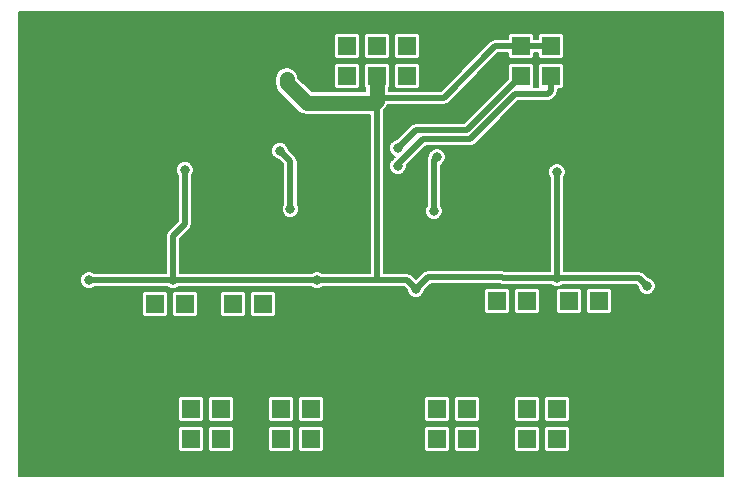
<source format=gbr>
G04 #@! TF.FileFunction,Copper,L1,Top,Signal*
%FSLAX46Y46*%
G04 Gerber Fmt 4.6, Leading zero omitted, Abs format (unit mm)*
G04 Created by KiCad (PCBNEW (2016-09-17 revision 679eef1)-makepkg) date 09/29/16 07:26:36*
%MOMM*%
%LPD*%
G01*
G04 APERTURE LIST*
%ADD10C,0.500000*%
%ADD11R,1.524000X1.524000*%
%ADD12C,6.000000*%
%ADD13C,0.800000*%
%ADD14C,0.300000*%
%ADD15C,1.300000*%
%ADD16C,0.200000*%
G04 APERTURE END LIST*
D10*
D11*
X14732000Y15240000D03*
X12192000Y15240000D03*
X18796000Y15240000D03*
X21336000Y15240000D03*
X43688000Y15494000D03*
X41148000Y15494000D03*
X47244000Y15494000D03*
X49784000Y15494000D03*
X43180000Y34544000D03*
X43180000Y37084000D03*
X45720000Y34544000D03*
X45720000Y37084000D03*
X25908000Y34544000D03*
X25908000Y37084000D03*
X28448000Y34544000D03*
X28448000Y37084000D03*
X30988000Y34544000D03*
X30988000Y37084000D03*
X33528000Y34544000D03*
X33528000Y37084000D03*
X36068000Y34544000D03*
X36068000Y37084000D03*
D12*
X55880000Y35560000D03*
X5080000Y5080000D03*
X55880000Y5080000D03*
X5080000Y35560000D03*
D11*
X27940000Y3810000D03*
X27940000Y6350000D03*
X22860000Y3810000D03*
X22860000Y6350000D03*
X25400000Y3810000D03*
X25400000Y6350000D03*
X20320000Y3810000D03*
X20320000Y6350000D03*
X38608000Y3810000D03*
X38608000Y6350000D03*
X36068000Y3810000D03*
X36068000Y6350000D03*
X48768000Y3810000D03*
X48768000Y6350000D03*
X43688000Y3810000D03*
X43688000Y6350000D03*
X46228000Y3810000D03*
X46228000Y6350000D03*
X33528000Y3810000D03*
X33528000Y6350000D03*
X41148000Y3810000D03*
X41148000Y6350000D03*
X12700000Y3810000D03*
X12700000Y6350000D03*
X17780000Y3810000D03*
X17780000Y6350000D03*
X15240000Y3810000D03*
X15240000Y6350000D03*
D13*
X6604002Y27178000D03*
X5080000Y27178000D03*
X4064002Y22860000D03*
X4064000Y23876000D03*
X4064000Y25146000D03*
X4064000Y26416000D03*
X44958000Y19304000D03*
X44196000Y19558004D03*
X37592000Y21336000D03*
X38608000Y21336000D03*
X36830000Y24130000D03*
X39116000Y28135706D03*
X41177147Y30196853D03*
X39116000Y27178000D03*
X38129147Y27148853D03*
X20828000Y22606000D03*
X20066000Y39370000D03*
X19812000Y37846000D03*
X19558000Y34798000D03*
X19812000Y36322000D03*
X21590000Y36322000D03*
X24892000Y16002000D03*
X26162000Y14224000D03*
X27432000Y14224000D03*
X29464000Y14224000D03*
X38100000Y16510000D03*
X37084000Y15240000D03*
X35306000Y14478000D03*
X33020000Y14224000D03*
X50800000Y7620000D03*
X50800000Y8890000D03*
X52070000Y8890000D03*
X52832000Y10160000D03*
X52832000Y11684000D03*
X52832000Y12954000D03*
X52578000Y13970000D03*
X52324000Y15240000D03*
X52070000Y16256000D03*
X56134000Y18796000D03*
X55372000Y19558000D03*
X54356000Y19050000D03*
X53340000Y19304000D03*
X48260000Y19304000D03*
X47244000Y19304000D03*
X45720000Y27686000D03*
X44196000Y25908000D03*
X50292000Y37592000D03*
X49530000Y38608000D03*
X48260000Y38608000D03*
X37846000Y35560000D03*
X37846000Y37338000D03*
X37846000Y39116000D03*
X36068000Y39116000D03*
X25908000Y39116000D03*
X24384000Y39116000D03*
X23876000Y37592000D03*
X23876000Y36068000D03*
X26924000Y30480000D03*
X7620000Y15494000D03*
X8382000Y11684000D03*
X8636000Y9652000D03*
X10668000Y8636000D03*
X11684000Y19304000D03*
X12700000Y19304000D03*
X16002000Y19304000D03*
X14986000Y19304000D03*
X32004000Y25146000D03*
X36068000Y21844000D03*
X53086000Y21336000D03*
X52324000Y22606000D03*
X55626000Y23368000D03*
X55626000Y24892000D03*
X55626000Y26416000D03*
X55626000Y27686000D03*
X54610000Y28448000D03*
X49276000Y33528000D03*
X47752000Y33274000D03*
X47244000Y32004000D03*
X48514000Y32004000D03*
X49784000Y32004000D03*
X50800000Y30988000D03*
X51816000Y29972000D03*
X53086000Y28956000D03*
X44196000Y22352000D03*
X48006000Y13716000D03*
X47498000Y12700000D03*
X47369610Y11304390D03*
X42418000Y9398000D03*
X42164000Y8382000D03*
X41656000Y38862000D03*
X22860000Y22098000D03*
X21590000Y22098000D03*
X22352000Y23114000D03*
X22352000Y24892000D03*
X22098000Y26162000D03*
X13208000Y22352000D03*
X16764000Y15494000D03*
X17526000Y11938000D03*
X17526000Y13970000D03*
X19050000Y9144000D03*
X19304000Y7874000D03*
X12192014Y30988000D03*
X12192000Y29718000D03*
X3302000Y19304000D03*
X3302000Y20828000D03*
X3302000Y22098000D03*
X21082000Y31750000D03*
X20320000Y32512000D03*
X19558000Y33274000D03*
X18542000Y34036000D03*
X17018000Y34036000D03*
X15748000Y34036000D03*
X14478000Y34036000D03*
X13208000Y33274000D03*
X12446000Y32512000D03*
X11430000Y32512000D03*
X10160000Y32512000D03*
X9144000Y32258000D03*
X28956000Y18796000D03*
X28702000Y19812000D03*
X28956000Y20828000D03*
X28956000Y22860000D03*
X26416000Y23114000D03*
X26416000Y25908000D03*
X26416000Y26924000D03*
X8534400Y31089600D03*
X44399200Y24028400D03*
X13512800Y24343598D03*
X30988000Y7112000D03*
X30988000Y8636000D03*
X30988000Y13716000D03*
X30988000Y12700000D03*
X30988000Y11430000D03*
X30988000Y10160000D03*
X50800000Y6350000D03*
X50800000Y5080000D03*
X50800000Y3810000D03*
X32004000Y6350000D03*
X32004000Y5080000D03*
X32004000Y3810000D03*
X29972000Y6350000D03*
X29972000Y5080000D03*
X29972000Y3810000D03*
X10668000Y3302000D03*
X10668000Y4826000D03*
X10668000Y6350000D03*
X14732000Y26619200D03*
X46228000Y26416002D03*
X53848000Y16764000D03*
X46228000Y17429480D03*
X34289996Y16510000D03*
X25908000Y17272000D03*
X13716000Y17272000D03*
X6603990Y17272000D03*
X23368000Y34290000D03*
X23672799Y23266400D03*
X22784348Y28219948D03*
X36067996Y27686000D03*
X35814000Y23114000D03*
X32766000Y28448000D03*
X32766000Y26924000D03*
D14*
X5080000Y27178000D02*
X6604002Y27178000D01*
X4064000Y22860002D02*
X4064002Y22860000D01*
X4064000Y23368000D02*
X4064000Y22860002D01*
X4064000Y23876000D02*
X4064000Y22860002D01*
X4064000Y26416000D02*
X4064000Y25146000D01*
X44196000Y22352000D02*
X44196000Y19558004D01*
X38608000Y21336000D02*
X37592000Y21336000D01*
D10*
X39116000Y27178000D02*
X39116000Y28135706D01*
X39116000Y28135706D02*
X41177147Y30196853D01*
X38129147Y27148853D02*
X39086853Y27148853D01*
X39086853Y27148853D02*
X39116000Y27178000D01*
D14*
X21227999Y23005999D02*
X20828000Y22606000D01*
X21336000Y23114000D02*
X21227999Y23005999D01*
X22352000Y23114000D02*
X21336000Y23114000D01*
D10*
X19812000Y36322000D02*
X19812000Y37846000D01*
X21590000Y36322000D02*
X19812000Y36322000D01*
D14*
X27432000Y14224000D02*
X26162000Y14224000D01*
X30988000Y13716000D02*
X29972000Y13716000D01*
X29972000Y13716000D02*
X29464000Y14224000D01*
X35306000Y14478000D02*
X36322000Y14478000D01*
X36322000Y14478000D02*
X37084000Y15240000D01*
X30988000Y13716000D02*
X32512000Y13716000D01*
X32512000Y13716000D02*
X33020000Y14224000D01*
X52070000Y8890000D02*
X50800000Y8890000D01*
X52832000Y11684000D02*
X52832000Y10160000D01*
X52578000Y13970000D02*
X52578000Y13208000D01*
X52578000Y13208000D02*
X52832000Y12954000D01*
X52070000Y16256000D02*
X52070000Y15494000D01*
X52070000Y15494000D02*
X52324000Y15240000D01*
X55372000Y19558000D02*
X56134000Y18796000D01*
X53340000Y19304000D02*
X54102000Y19304000D01*
X54102000Y19304000D02*
X54356000Y19050000D01*
X47244000Y19304000D02*
X48260000Y19304000D01*
X44196000Y25908000D02*
X44196000Y26162000D01*
X44196000Y26162000D02*
X45720000Y27686000D01*
X48260000Y38608000D02*
X49530000Y38608000D01*
X37846000Y37338000D02*
X37846000Y35560000D01*
X36068000Y39116000D02*
X37846000Y39116000D01*
X24384000Y39116000D02*
X25908000Y39116000D01*
X23876000Y36068000D02*
X23876000Y37592000D01*
X8382000Y11684000D02*
X7620000Y12446000D01*
X7620000Y12446000D02*
X7620000Y15494000D01*
X10668000Y8636000D02*
X9652000Y8636000D01*
X9652000Y8636000D02*
X8636000Y9652000D01*
X12700000Y19304000D02*
X11684000Y19304000D01*
X14986000Y19304000D02*
X16002000Y19304000D01*
X55626000Y23368000D02*
X53086000Y23368000D01*
X53086000Y23368000D02*
X52324000Y22606000D01*
X55626000Y26416000D02*
X55626000Y24892000D01*
X54610000Y28448000D02*
X54864000Y28448000D01*
X54864000Y28448000D02*
X55626000Y27686000D01*
X47752000Y33274000D02*
X49022000Y33274000D01*
X49022000Y33274000D02*
X49276000Y33528000D01*
X48514000Y32004000D02*
X47244000Y32004000D01*
X50800000Y30988000D02*
X49784000Y32004000D01*
X53086000Y28956000D02*
X52832000Y28956000D01*
X52832000Y28956000D02*
X51816000Y29972000D01*
X47498000Y12700000D02*
X47498000Y13208000D01*
X47498000Y13208000D02*
X48006000Y13716000D01*
X42418000Y9398000D02*
X45463220Y9398000D01*
X45463220Y9398000D02*
X47369610Y11304390D01*
X42418000Y9398000D02*
X42817999Y8998001D01*
X42817999Y8998001D02*
X43796001Y8998001D01*
X41148000Y6350000D02*
X41148000Y7366000D01*
X41148000Y7366000D02*
X42164000Y8382000D01*
X21590000Y22098000D02*
X22860000Y22098000D01*
X22098000Y26162000D02*
X22098000Y25146000D01*
X22098000Y25146000D02*
X22352000Y24892000D01*
X17526000Y13970000D02*
X17526000Y14732000D01*
X17526000Y14732000D02*
X16764000Y15494000D01*
X17526000Y13970000D02*
X17526000Y11938000D01*
X19304000Y7874000D02*
X19304000Y8890000D01*
X19304000Y8890000D02*
X19050000Y9144000D01*
X12192000Y30987986D02*
X12192014Y30988000D01*
X12192000Y29718000D02*
X12192000Y30987986D01*
X3302000Y22098000D02*
X3302000Y20828000D01*
X20320000Y32512000D02*
X21082000Y31750000D01*
X18542000Y34036000D02*
X18796000Y34036000D01*
X18796000Y34036000D02*
X19558000Y33274000D01*
X15748000Y34036000D02*
X17018000Y34036000D01*
X13208000Y33274000D02*
X13716000Y33274000D01*
X13716000Y33274000D02*
X14478000Y34036000D01*
X11430000Y32512000D02*
X12446000Y32512000D01*
X9144000Y32258000D02*
X9906000Y32258000D01*
X9906000Y32258000D02*
X10160000Y32512000D01*
X28956000Y20828000D02*
X28956000Y20066000D01*
X28956000Y20066000D02*
X28702000Y19812000D01*
X26416000Y23114000D02*
X28702000Y23114000D01*
X28702000Y23114000D02*
X28956000Y22860000D01*
X26416000Y26924000D02*
X26416000Y25908000D01*
X30988000Y8636000D02*
X30988000Y7112000D01*
X30988000Y12700000D02*
X30988000Y13716000D01*
X30988000Y10160000D02*
X30988000Y11430000D01*
X50800000Y5080000D02*
X50800000Y6350000D01*
X48768000Y3810000D02*
X50800000Y3810000D01*
X32004000Y3810000D02*
X32004000Y5080000D01*
X29972000Y5080000D02*
X29972000Y6350000D01*
X27940000Y3810000D02*
X29972000Y3810000D01*
X10668000Y6350000D02*
X10668000Y4826000D01*
D10*
X13716000Y17272000D02*
X13716000Y20980400D01*
X13716000Y20980400D02*
X14732000Y21996400D01*
X14732000Y21996400D02*
X14732000Y26053515D01*
X14732000Y26053515D02*
X14732000Y26619200D01*
X46228000Y17429480D02*
X46228000Y26416002D01*
X35305996Y17526000D02*
X41605200Y17526000D01*
X41605200Y17526000D02*
X41701720Y17429480D01*
X41701720Y17429480D02*
X46228000Y17429480D01*
X53182520Y17429480D02*
X53848000Y16764000D01*
X46228000Y17429480D02*
X53182520Y17429480D01*
X34289996Y16510000D02*
X35305996Y17526000D01*
X30988000Y17272000D02*
X33527996Y17272000D01*
X33527996Y17272000D02*
X34289996Y16510000D01*
X13716000Y17272000D02*
X6603990Y17272000D01*
X25908000Y17272000D02*
X13716000Y17272000D01*
X30988000Y17272000D02*
X25908000Y17272000D01*
X30988000Y28194000D02*
X30988000Y17272000D01*
X30988000Y34544000D02*
X30988000Y28194000D01*
X43180000Y37084000D02*
X41032002Y37084000D01*
X41032002Y37084000D02*
X36663202Y32715200D01*
X36663202Y32715200D02*
X31221200Y32715200D01*
X31221200Y32715200D02*
X30988000Y32482000D01*
X45720000Y37084000D02*
X43180000Y37084000D01*
D15*
X30764000Y32258000D02*
X25049998Y32258000D01*
X23368000Y33939998D02*
X23368000Y34290000D01*
X25049998Y32258000D02*
X23368000Y33939998D01*
X30988000Y34544000D02*
X30988000Y32482000D01*
X30988000Y32482000D02*
X30764000Y32258000D01*
D10*
X23672799Y23832085D02*
X23672799Y23266400D01*
X23672799Y27331497D02*
X23672799Y23832085D01*
X22784348Y28219948D02*
X23672799Y27331497D01*
X35814000Y27432004D02*
X36067996Y27686000D01*
X35814000Y23114000D02*
X35814000Y27432004D01*
X43180000Y34544000D02*
X38608000Y29972000D01*
X38608000Y29972000D02*
X34290000Y29972000D01*
X34290000Y29972000D02*
X33770011Y29452011D01*
X33770011Y29452011D02*
X32766000Y28448000D01*
X45720000Y34544000D02*
X45720000Y33282000D01*
X45720000Y33282000D02*
X45458000Y33020000D01*
X45458000Y33020000D02*
X42716674Y33020000D01*
X42716674Y33020000D02*
X38918664Y29221990D01*
X34871992Y29221990D02*
X32766000Y27115998D01*
X38918664Y29221990D02*
X34871992Y29221990D01*
X32766000Y27115998D02*
X32766000Y26924000D01*
D16*
G36*
X60281000Y679000D02*
X679000Y679000D01*
X679000Y4572000D01*
X14121144Y4572000D01*
X14121144Y3048000D01*
X14148308Y2911437D01*
X14225665Y2795665D01*
X14341437Y2718308D01*
X14478000Y2691144D01*
X16002000Y2691144D01*
X16138563Y2718308D01*
X16254335Y2795665D01*
X16331692Y2911437D01*
X16358856Y3048000D01*
X16358856Y4572000D01*
X16661144Y4572000D01*
X16661144Y3048000D01*
X16688308Y2911437D01*
X16765665Y2795665D01*
X16881437Y2718308D01*
X17018000Y2691144D01*
X18542000Y2691144D01*
X18678563Y2718308D01*
X18794335Y2795665D01*
X18871692Y2911437D01*
X18898856Y3048000D01*
X18898856Y4572000D01*
X21741144Y4572000D01*
X21741144Y3048000D01*
X21768308Y2911437D01*
X21845665Y2795665D01*
X21961437Y2718308D01*
X22098000Y2691144D01*
X23622000Y2691144D01*
X23758563Y2718308D01*
X23874335Y2795665D01*
X23951692Y2911437D01*
X23978856Y3048000D01*
X23978856Y4572000D01*
X24281144Y4572000D01*
X24281144Y3048000D01*
X24308308Y2911437D01*
X24385665Y2795665D01*
X24501437Y2718308D01*
X24638000Y2691144D01*
X26162000Y2691144D01*
X26298563Y2718308D01*
X26414335Y2795665D01*
X26491692Y2911437D01*
X26518856Y3048000D01*
X26518856Y4572000D01*
X34949144Y4572000D01*
X34949144Y3048000D01*
X34976308Y2911437D01*
X35053665Y2795665D01*
X35169437Y2718308D01*
X35306000Y2691144D01*
X36830000Y2691144D01*
X36966563Y2718308D01*
X37082335Y2795665D01*
X37159692Y2911437D01*
X37186856Y3048000D01*
X37186856Y4572000D01*
X37489144Y4572000D01*
X37489144Y3048000D01*
X37516308Y2911437D01*
X37593665Y2795665D01*
X37709437Y2718308D01*
X37846000Y2691144D01*
X39370000Y2691144D01*
X39506563Y2718308D01*
X39622335Y2795665D01*
X39699692Y2911437D01*
X39726856Y3048000D01*
X39726856Y4572000D01*
X42569144Y4572000D01*
X42569144Y3048000D01*
X42596308Y2911437D01*
X42673665Y2795665D01*
X42789437Y2718308D01*
X42926000Y2691144D01*
X44450000Y2691144D01*
X44586563Y2718308D01*
X44702335Y2795665D01*
X44779692Y2911437D01*
X44806856Y3048000D01*
X44806856Y4572000D01*
X45109144Y4572000D01*
X45109144Y3048000D01*
X45136308Y2911437D01*
X45213665Y2795665D01*
X45329437Y2718308D01*
X45466000Y2691144D01*
X46990000Y2691144D01*
X47126563Y2718308D01*
X47242335Y2795665D01*
X47319692Y2911437D01*
X47346856Y3048000D01*
X47346856Y4572000D01*
X47319692Y4708563D01*
X47242335Y4824335D01*
X47126563Y4901692D01*
X46990000Y4928856D01*
X45466000Y4928856D01*
X45329437Y4901692D01*
X45213665Y4824335D01*
X45136308Y4708563D01*
X45109144Y4572000D01*
X44806856Y4572000D01*
X44779692Y4708563D01*
X44702335Y4824335D01*
X44586563Y4901692D01*
X44450000Y4928856D01*
X42926000Y4928856D01*
X42789437Y4901692D01*
X42673665Y4824335D01*
X42596308Y4708563D01*
X42569144Y4572000D01*
X39726856Y4572000D01*
X39699692Y4708563D01*
X39622335Y4824335D01*
X39506563Y4901692D01*
X39370000Y4928856D01*
X37846000Y4928856D01*
X37709437Y4901692D01*
X37593665Y4824335D01*
X37516308Y4708563D01*
X37489144Y4572000D01*
X37186856Y4572000D01*
X37159692Y4708563D01*
X37082335Y4824335D01*
X36966563Y4901692D01*
X36830000Y4928856D01*
X35306000Y4928856D01*
X35169437Y4901692D01*
X35053665Y4824335D01*
X34976308Y4708563D01*
X34949144Y4572000D01*
X26518856Y4572000D01*
X26491692Y4708563D01*
X26414335Y4824335D01*
X26298563Y4901692D01*
X26162000Y4928856D01*
X24638000Y4928856D01*
X24501437Y4901692D01*
X24385665Y4824335D01*
X24308308Y4708563D01*
X24281144Y4572000D01*
X23978856Y4572000D01*
X23951692Y4708563D01*
X23874335Y4824335D01*
X23758563Y4901692D01*
X23622000Y4928856D01*
X22098000Y4928856D01*
X21961437Y4901692D01*
X21845665Y4824335D01*
X21768308Y4708563D01*
X21741144Y4572000D01*
X18898856Y4572000D01*
X18871692Y4708563D01*
X18794335Y4824335D01*
X18678563Y4901692D01*
X18542000Y4928856D01*
X17018000Y4928856D01*
X16881437Y4901692D01*
X16765665Y4824335D01*
X16688308Y4708563D01*
X16661144Y4572000D01*
X16358856Y4572000D01*
X16331692Y4708563D01*
X16254335Y4824335D01*
X16138563Y4901692D01*
X16002000Y4928856D01*
X14478000Y4928856D01*
X14341437Y4901692D01*
X14225665Y4824335D01*
X14148308Y4708563D01*
X14121144Y4572000D01*
X679000Y4572000D01*
X679000Y7112000D01*
X14121144Y7112000D01*
X14121144Y5588000D01*
X14148308Y5451437D01*
X14225665Y5335665D01*
X14341437Y5258308D01*
X14478000Y5231144D01*
X16002000Y5231144D01*
X16138563Y5258308D01*
X16254335Y5335665D01*
X16331692Y5451437D01*
X16358856Y5588000D01*
X16358856Y7112000D01*
X16661144Y7112000D01*
X16661144Y5588000D01*
X16688308Y5451437D01*
X16765665Y5335665D01*
X16881437Y5258308D01*
X17018000Y5231144D01*
X18542000Y5231144D01*
X18678563Y5258308D01*
X18794335Y5335665D01*
X18871692Y5451437D01*
X18898856Y5588000D01*
X18898856Y7112000D01*
X21741144Y7112000D01*
X21741144Y5588000D01*
X21768308Y5451437D01*
X21845665Y5335665D01*
X21961437Y5258308D01*
X22098000Y5231144D01*
X23622000Y5231144D01*
X23758563Y5258308D01*
X23874335Y5335665D01*
X23951692Y5451437D01*
X23978856Y5588000D01*
X23978856Y7112000D01*
X24281144Y7112000D01*
X24281144Y5588000D01*
X24308308Y5451437D01*
X24385665Y5335665D01*
X24501437Y5258308D01*
X24638000Y5231144D01*
X26162000Y5231144D01*
X26298563Y5258308D01*
X26414335Y5335665D01*
X26491692Y5451437D01*
X26518856Y5588000D01*
X26518856Y7112000D01*
X34949144Y7112000D01*
X34949144Y5588000D01*
X34976308Y5451437D01*
X35053665Y5335665D01*
X35169437Y5258308D01*
X35306000Y5231144D01*
X36830000Y5231144D01*
X36966563Y5258308D01*
X37082335Y5335665D01*
X37159692Y5451437D01*
X37186856Y5588000D01*
X37186856Y7112000D01*
X37489144Y7112000D01*
X37489144Y5588000D01*
X37516308Y5451437D01*
X37593665Y5335665D01*
X37709437Y5258308D01*
X37846000Y5231144D01*
X39370000Y5231144D01*
X39506563Y5258308D01*
X39622335Y5335665D01*
X39699692Y5451437D01*
X39726856Y5588000D01*
X39726856Y7112000D01*
X42569144Y7112000D01*
X42569144Y5588000D01*
X42596308Y5451437D01*
X42673665Y5335665D01*
X42789437Y5258308D01*
X42926000Y5231144D01*
X44450000Y5231144D01*
X44586563Y5258308D01*
X44702335Y5335665D01*
X44779692Y5451437D01*
X44806856Y5588000D01*
X44806856Y7112000D01*
X45109144Y7112000D01*
X45109144Y5588000D01*
X45136308Y5451437D01*
X45213665Y5335665D01*
X45329437Y5258308D01*
X45466000Y5231144D01*
X46990000Y5231144D01*
X47126563Y5258308D01*
X47242335Y5335665D01*
X47319692Y5451437D01*
X47346856Y5588000D01*
X47346856Y7112000D01*
X47319692Y7248563D01*
X47242335Y7364335D01*
X47126563Y7441692D01*
X46990000Y7468856D01*
X45466000Y7468856D01*
X45329437Y7441692D01*
X45213665Y7364335D01*
X45136308Y7248563D01*
X45109144Y7112000D01*
X44806856Y7112000D01*
X44779692Y7248563D01*
X44702335Y7364335D01*
X44586563Y7441692D01*
X44450000Y7468856D01*
X42926000Y7468856D01*
X42789437Y7441692D01*
X42673665Y7364335D01*
X42596308Y7248563D01*
X42569144Y7112000D01*
X39726856Y7112000D01*
X39699692Y7248563D01*
X39622335Y7364335D01*
X39506563Y7441692D01*
X39370000Y7468856D01*
X37846000Y7468856D01*
X37709437Y7441692D01*
X37593665Y7364335D01*
X37516308Y7248563D01*
X37489144Y7112000D01*
X37186856Y7112000D01*
X37159692Y7248563D01*
X37082335Y7364335D01*
X36966563Y7441692D01*
X36830000Y7468856D01*
X35306000Y7468856D01*
X35169437Y7441692D01*
X35053665Y7364335D01*
X34976308Y7248563D01*
X34949144Y7112000D01*
X26518856Y7112000D01*
X26491692Y7248563D01*
X26414335Y7364335D01*
X26298563Y7441692D01*
X26162000Y7468856D01*
X24638000Y7468856D01*
X24501437Y7441692D01*
X24385665Y7364335D01*
X24308308Y7248563D01*
X24281144Y7112000D01*
X23978856Y7112000D01*
X23951692Y7248563D01*
X23874335Y7364335D01*
X23758563Y7441692D01*
X23622000Y7468856D01*
X22098000Y7468856D01*
X21961437Y7441692D01*
X21845665Y7364335D01*
X21768308Y7248563D01*
X21741144Y7112000D01*
X18898856Y7112000D01*
X18871692Y7248563D01*
X18794335Y7364335D01*
X18678563Y7441692D01*
X18542000Y7468856D01*
X17018000Y7468856D01*
X16881437Y7441692D01*
X16765665Y7364335D01*
X16688308Y7248563D01*
X16661144Y7112000D01*
X16358856Y7112000D01*
X16331692Y7248563D01*
X16254335Y7364335D01*
X16138563Y7441692D01*
X16002000Y7468856D01*
X14478000Y7468856D01*
X14341437Y7441692D01*
X14225665Y7364335D01*
X14148308Y7248563D01*
X14121144Y7112000D01*
X679000Y7112000D01*
X679000Y16002000D01*
X11073144Y16002000D01*
X11073144Y14478000D01*
X11100308Y14341437D01*
X11177665Y14225665D01*
X11293437Y14148308D01*
X11430000Y14121144D01*
X12954000Y14121144D01*
X13090563Y14148308D01*
X13206335Y14225665D01*
X13283692Y14341437D01*
X13310856Y14478000D01*
X13310856Y16002000D01*
X13613144Y16002000D01*
X13613144Y14478000D01*
X13640308Y14341437D01*
X13717665Y14225665D01*
X13833437Y14148308D01*
X13970000Y14121144D01*
X15494000Y14121144D01*
X15630563Y14148308D01*
X15746335Y14225665D01*
X15823692Y14341437D01*
X15850856Y14478000D01*
X15850856Y16002000D01*
X17677144Y16002000D01*
X17677144Y14478000D01*
X17704308Y14341437D01*
X17781665Y14225665D01*
X17897437Y14148308D01*
X18034000Y14121144D01*
X19558000Y14121144D01*
X19694563Y14148308D01*
X19810335Y14225665D01*
X19887692Y14341437D01*
X19914856Y14478000D01*
X19914856Y16002000D01*
X20217144Y16002000D01*
X20217144Y14478000D01*
X20244308Y14341437D01*
X20321665Y14225665D01*
X20437437Y14148308D01*
X20574000Y14121144D01*
X22098000Y14121144D01*
X22234563Y14148308D01*
X22350335Y14225665D01*
X22427692Y14341437D01*
X22454856Y14478000D01*
X22454856Y16002000D01*
X22427692Y16138563D01*
X22350335Y16254335D01*
X22234563Y16331692D01*
X22098000Y16358856D01*
X20574000Y16358856D01*
X20437437Y16331692D01*
X20321665Y16254335D01*
X20244308Y16138563D01*
X20217144Y16002000D01*
X19914856Y16002000D01*
X19887692Y16138563D01*
X19810335Y16254335D01*
X19694563Y16331692D01*
X19558000Y16358856D01*
X18034000Y16358856D01*
X17897437Y16331692D01*
X17781665Y16254335D01*
X17704308Y16138563D01*
X17677144Y16002000D01*
X15850856Y16002000D01*
X15823692Y16138563D01*
X15746335Y16254335D01*
X15630563Y16331692D01*
X15494000Y16358856D01*
X13970000Y16358856D01*
X13833437Y16331692D01*
X13717665Y16254335D01*
X13640308Y16138563D01*
X13613144Y16002000D01*
X13310856Y16002000D01*
X13283692Y16138563D01*
X13206335Y16254335D01*
X13090563Y16331692D01*
X12954000Y16358856D01*
X11430000Y16358856D01*
X11293437Y16331692D01*
X11177665Y16254335D01*
X11100308Y16138563D01*
X11073144Y16002000D01*
X679000Y16002000D01*
X679000Y17123470D01*
X5853860Y17123470D01*
X5967801Y16847714D01*
X6178595Y16636552D01*
X6454151Y16522131D01*
X6752520Y16521870D01*
X7028276Y16635811D01*
X7064528Y16672000D01*
X13255219Y16672000D01*
X13290605Y16636552D01*
X13566161Y16522131D01*
X13864530Y16521870D01*
X14140286Y16635811D01*
X14176538Y16672000D01*
X25447219Y16672000D01*
X25482605Y16636552D01*
X25758161Y16522131D01*
X26056530Y16521870D01*
X26332286Y16635811D01*
X26368538Y16672000D01*
X33279468Y16672000D01*
X33539910Y16411558D01*
X33539866Y16361470D01*
X33653807Y16085714D01*
X33864601Y15874552D01*
X34140157Y15760131D01*
X34438526Y15759870D01*
X34714282Y15873811D01*
X34925444Y16084605D01*
X34996613Y16256000D01*
X40029144Y16256000D01*
X40029144Y14732000D01*
X40056308Y14595437D01*
X40133665Y14479665D01*
X40249437Y14402308D01*
X40386000Y14375144D01*
X41910000Y14375144D01*
X42046563Y14402308D01*
X42162335Y14479665D01*
X42239692Y14595437D01*
X42266856Y14732000D01*
X42266856Y16256000D01*
X42569144Y16256000D01*
X42569144Y14732000D01*
X42596308Y14595437D01*
X42673665Y14479665D01*
X42789437Y14402308D01*
X42926000Y14375144D01*
X44450000Y14375144D01*
X44586563Y14402308D01*
X44702335Y14479665D01*
X44779692Y14595437D01*
X44806856Y14732000D01*
X44806856Y16256000D01*
X46125144Y16256000D01*
X46125144Y14732000D01*
X46152308Y14595437D01*
X46229665Y14479665D01*
X46345437Y14402308D01*
X46482000Y14375144D01*
X48006000Y14375144D01*
X48142563Y14402308D01*
X48258335Y14479665D01*
X48335692Y14595437D01*
X48362856Y14732000D01*
X48362856Y16256000D01*
X48665144Y16256000D01*
X48665144Y14732000D01*
X48692308Y14595437D01*
X48769665Y14479665D01*
X48885437Y14402308D01*
X49022000Y14375144D01*
X50546000Y14375144D01*
X50682563Y14402308D01*
X50798335Y14479665D01*
X50875692Y14595437D01*
X50902856Y14732000D01*
X50902856Y16256000D01*
X50875692Y16392563D01*
X50798335Y16508335D01*
X50682563Y16585692D01*
X50546000Y16612856D01*
X49022000Y16612856D01*
X48885437Y16585692D01*
X48769665Y16508335D01*
X48692308Y16392563D01*
X48665144Y16256000D01*
X48362856Y16256000D01*
X48335692Y16392563D01*
X48258335Y16508335D01*
X48142563Y16585692D01*
X48006000Y16612856D01*
X46482000Y16612856D01*
X46345437Y16585692D01*
X46229665Y16508335D01*
X46152308Y16392563D01*
X46125144Y16256000D01*
X44806856Y16256000D01*
X44779692Y16392563D01*
X44702335Y16508335D01*
X44586563Y16585692D01*
X44450000Y16612856D01*
X42926000Y16612856D01*
X42789437Y16585692D01*
X42673665Y16508335D01*
X42596308Y16392563D01*
X42569144Y16256000D01*
X42266856Y16256000D01*
X42239692Y16392563D01*
X42162335Y16508335D01*
X42046563Y16585692D01*
X41910000Y16612856D01*
X40386000Y16612856D01*
X40249437Y16585692D01*
X40133665Y16508335D01*
X40056308Y16392563D01*
X40029144Y16256000D01*
X34996613Y16256000D01*
X35039865Y16360161D01*
X35039910Y16411386D01*
X35554524Y16926000D01*
X41396011Y16926000D01*
X41472110Y16875152D01*
X41701720Y16829480D01*
X45767219Y16829480D01*
X45802605Y16794032D01*
X46078161Y16679611D01*
X46376530Y16679350D01*
X46652286Y16793291D01*
X46688538Y16829480D01*
X52933992Y16829480D01*
X53097914Y16665558D01*
X53097870Y16615470D01*
X53211811Y16339714D01*
X53422605Y16128552D01*
X53698161Y16014131D01*
X53996530Y16013870D01*
X54272286Y16127811D01*
X54483448Y16338605D01*
X54597869Y16614161D01*
X54598130Y16912530D01*
X54484189Y17188286D01*
X54273395Y17399448D01*
X53997839Y17513869D01*
X53946614Y17513914D01*
X53606784Y17853744D01*
X53412130Y17983808D01*
X53182520Y18029480D01*
X46828000Y18029480D01*
X46828000Y25955221D01*
X46863448Y25990607D01*
X46977869Y26266163D01*
X46978130Y26564532D01*
X46864189Y26840288D01*
X46653395Y27051450D01*
X46377839Y27165871D01*
X46079470Y27166132D01*
X45803714Y27052191D01*
X45592552Y26841397D01*
X45478131Y26565841D01*
X45477870Y26267472D01*
X45591811Y25991716D01*
X45628000Y25955464D01*
X45628000Y18029480D01*
X41910909Y18029480D01*
X41834810Y18080328D01*
X41605200Y18126000D01*
X35305996Y18126000D01*
X35076386Y18080328D01*
X34881732Y17950264D01*
X34289996Y17358528D01*
X33952260Y17696264D01*
X33757606Y17826328D01*
X33527996Y17872000D01*
X31588000Y17872000D01*
X31588000Y22965470D01*
X35063870Y22965470D01*
X35177811Y22689714D01*
X35388605Y22478552D01*
X35664161Y22364131D01*
X35962530Y22363870D01*
X36238286Y22477811D01*
X36449448Y22688605D01*
X36563869Y22964161D01*
X36564130Y23262530D01*
X36450189Y23538286D01*
X36414000Y23574538D01*
X36414000Y27017465D01*
X36492282Y27049811D01*
X36703444Y27260605D01*
X36817865Y27536161D01*
X36818126Y27834530D01*
X36704185Y28110286D01*
X36493391Y28321448D01*
X36217835Y28435869D01*
X35919466Y28436130D01*
X35643710Y28322189D01*
X35432548Y28111395D01*
X35318127Y27835839D01*
X35318051Y27748984D01*
X35259672Y27661614D01*
X35214000Y27432004D01*
X35214000Y23574781D01*
X35178552Y23539395D01*
X35064131Y23263839D01*
X35063870Y22965470D01*
X31588000Y22965470D01*
X31588000Y28299470D01*
X32015870Y28299470D01*
X32129811Y28023714D01*
X32340605Y27812552D01*
X32533803Y27732329D01*
X32375710Y27574236D01*
X32341714Y27560189D01*
X32130552Y27349395D01*
X32016131Y27073839D01*
X32015870Y26775470D01*
X32129811Y26499714D01*
X32340605Y26288552D01*
X32616161Y26174131D01*
X32914530Y26173870D01*
X33190286Y26287811D01*
X33401448Y26498605D01*
X33515869Y26774161D01*
X33516082Y27017552D01*
X35120520Y28621990D01*
X38918664Y28621990D01*
X39148274Y28667662D01*
X39342928Y28797726D01*
X42965202Y32420000D01*
X45458000Y32420000D01*
X45687610Y32465672D01*
X45882264Y32595736D01*
X46144264Y32857736D01*
X46274328Y33052390D01*
X46320000Y33282000D01*
X46320000Y33425144D01*
X46482000Y33425144D01*
X46618563Y33452308D01*
X46734335Y33529665D01*
X46811692Y33645437D01*
X46838856Y33782000D01*
X46838856Y35306000D01*
X46811692Y35442563D01*
X46734335Y35558335D01*
X46618563Y35635692D01*
X46482000Y35662856D01*
X44958000Y35662856D01*
X44821437Y35635692D01*
X44705665Y35558335D01*
X44628308Y35442563D01*
X44601144Y35306000D01*
X44601144Y33782000D01*
X44628308Y33645437D01*
X44645305Y33620000D01*
X44254695Y33620000D01*
X44271692Y33645437D01*
X44298856Y33782000D01*
X44298856Y35306000D01*
X44271692Y35442563D01*
X44194335Y35558335D01*
X44078563Y35635692D01*
X43942000Y35662856D01*
X42418000Y35662856D01*
X42281437Y35635692D01*
X42165665Y35558335D01*
X42088308Y35442563D01*
X42061144Y35306000D01*
X42061144Y34273672D01*
X38359472Y30572000D01*
X34290000Y30572000D01*
X34060389Y30526328D01*
X33865736Y30396264D01*
X32667558Y29198086D01*
X32617470Y29198130D01*
X32341714Y29084189D01*
X32130552Y28873395D01*
X32016131Y28597839D01*
X32015870Y28299470D01*
X31588000Y28299470D01*
X31588000Y31667786D01*
X31695107Y31774893D01*
X31911880Y32099316D01*
X31915039Y32115200D01*
X36663202Y32115200D01*
X36892812Y32160872D01*
X37087466Y32290936D01*
X41280530Y36484000D01*
X42061144Y36484000D01*
X42061144Y36322000D01*
X42088308Y36185437D01*
X42165665Y36069665D01*
X42281437Y35992308D01*
X42418000Y35965144D01*
X43942000Y35965144D01*
X44078563Y35992308D01*
X44194335Y36069665D01*
X44271692Y36185437D01*
X44298856Y36322000D01*
X44298856Y36484000D01*
X44601144Y36484000D01*
X44601144Y36322000D01*
X44628308Y36185437D01*
X44705665Y36069665D01*
X44821437Y35992308D01*
X44958000Y35965144D01*
X46482000Y35965144D01*
X46618563Y35992308D01*
X46734335Y36069665D01*
X46811692Y36185437D01*
X46838856Y36322000D01*
X46838856Y37846000D01*
X46811692Y37982563D01*
X46734335Y38098335D01*
X46618563Y38175692D01*
X46482000Y38202856D01*
X44958000Y38202856D01*
X44821437Y38175692D01*
X44705665Y38098335D01*
X44628308Y37982563D01*
X44601144Y37846000D01*
X44601144Y37684000D01*
X44298856Y37684000D01*
X44298856Y37846000D01*
X44271692Y37982563D01*
X44194335Y38098335D01*
X44078563Y38175692D01*
X43942000Y38202856D01*
X42418000Y38202856D01*
X42281437Y38175692D01*
X42165665Y38098335D01*
X42088308Y37982563D01*
X42061144Y37846000D01*
X42061144Y37684000D01*
X41032002Y37684000D01*
X40802392Y37638328D01*
X40607738Y37508264D01*
X36414674Y33315200D01*
X31988000Y33315200D01*
X31988000Y33520087D01*
X32002335Y33529665D01*
X32079692Y33645437D01*
X32106856Y33782000D01*
X32106856Y35306000D01*
X32409144Y35306000D01*
X32409144Y33782000D01*
X32436308Y33645437D01*
X32513665Y33529665D01*
X32629437Y33452308D01*
X32766000Y33425144D01*
X34290000Y33425144D01*
X34426563Y33452308D01*
X34542335Y33529665D01*
X34619692Y33645437D01*
X34646856Y33782000D01*
X34646856Y35306000D01*
X34619692Y35442563D01*
X34542335Y35558335D01*
X34426563Y35635692D01*
X34290000Y35662856D01*
X32766000Y35662856D01*
X32629437Y35635692D01*
X32513665Y35558335D01*
X32436308Y35442563D01*
X32409144Y35306000D01*
X32106856Y35306000D01*
X32079692Y35442563D01*
X32002335Y35558335D01*
X31886563Y35635692D01*
X31750000Y35662856D01*
X30226000Y35662856D01*
X30089437Y35635692D01*
X29973665Y35558335D01*
X29896308Y35442563D01*
X29869144Y35306000D01*
X29869144Y33782000D01*
X29896308Y33645437D01*
X29973665Y33529665D01*
X29988000Y33520087D01*
X29988000Y33258000D01*
X25464212Y33258000D01*
X24352056Y34370156D01*
X24291880Y34672683D01*
X24075107Y34997107D01*
X23750683Y35213880D01*
X23368000Y35290000D01*
X22985317Y35213880D01*
X22660893Y34997107D01*
X22444120Y34672683D01*
X22368000Y34290000D01*
X22368000Y33939998D01*
X22444120Y33557314D01*
X22660893Y33232891D01*
X24342891Y31550893D01*
X24667315Y31334120D01*
X25049998Y31258000D01*
X30388000Y31258000D01*
X30388000Y17872000D01*
X26368781Y17872000D01*
X26333395Y17907448D01*
X26057839Y18021869D01*
X25759470Y18022130D01*
X25483714Y17908189D01*
X25447462Y17872000D01*
X14316000Y17872000D01*
X14316000Y20731872D01*
X15156264Y21572136D01*
X15286328Y21766790D01*
X15332000Y21996400D01*
X15332000Y26158419D01*
X15367448Y26193805D01*
X15481869Y26469361D01*
X15482130Y26767730D01*
X15368189Y27043486D01*
X15157395Y27254648D01*
X14881839Y27369069D01*
X14583470Y27369330D01*
X14307714Y27255389D01*
X14096552Y27044595D01*
X13982131Y26769039D01*
X13981870Y26470670D01*
X14095811Y26194914D01*
X14132000Y26158662D01*
X14132000Y22244928D01*
X13291736Y21404664D01*
X13161672Y21210010D01*
X13116000Y20980400D01*
X13116000Y17872000D01*
X7064771Y17872000D01*
X7029385Y17907448D01*
X6753829Y18021869D01*
X6455460Y18022130D01*
X6179704Y17908189D01*
X5968542Y17697395D01*
X5854121Y17421839D01*
X5853860Y17123470D01*
X679000Y17123470D01*
X679000Y28071418D01*
X22034218Y28071418D01*
X22148159Y27795662D01*
X22358953Y27584500D01*
X22634509Y27470079D01*
X22685734Y27470034D01*
X23072799Y27082969D01*
X23072799Y23727181D01*
X23037351Y23691795D01*
X22922930Y23416239D01*
X22922669Y23117870D01*
X23036610Y22842114D01*
X23247404Y22630952D01*
X23522960Y22516531D01*
X23821329Y22516270D01*
X24097085Y22630211D01*
X24308247Y22841005D01*
X24422668Y23116561D01*
X24422929Y23414930D01*
X24308988Y23690686D01*
X24272799Y23726938D01*
X24272799Y27331497D01*
X24247956Y27456390D01*
X24227127Y27561108D01*
X24097063Y27755761D01*
X23534434Y28318390D01*
X23534478Y28368478D01*
X23420537Y28644234D01*
X23209743Y28855396D01*
X22934187Y28969817D01*
X22635818Y28970078D01*
X22360062Y28856137D01*
X22148900Y28645343D01*
X22034479Y28369787D01*
X22034218Y28071418D01*
X679000Y28071418D01*
X679000Y35306000D01*
X27329144Y35306000D01*
X27329144Y33782000D01*
X27356308Y33645437D01*
X27433665Y33529665D01*
X27549437Y33452308D01*
X27686000Y33425144D01*
X29210000Y33425144D01*
X29346563Y33452308D01*
X29462335Y33529665D01*
X29539692Y33645437D01*
X29566856Y33782000D01*
X29566856Y35306000D01*
X29539692Y35442563D01*
X29462335Y35558335D01*
X29346563Y35635692D01*
X29210000Y35662856D01*
X27686000Y35662856D01*
X27549437Y35635692D01*
X27433665Y35558335D01*
X27356308Y35442563D01*
X27329144Y35306000D01*
X679000Y35306000D01*
X679000Y37846000D01*
X27329144Y37846000D01*
X27329144Y36322000D01*
X27356308Y36185437D01*
X27433665Y36069665D01*
X27549437Y35992308D01*
X27686000Y35965144D01*
X29210000Y35965144D01*
X29346563Y35992308D01*
X29462335Y36069665D01*
X29539692Y36185437D01*
X29566856Y36322000D01*
X29566856Y37846000D01*
X29869144Y37846000D01*
X29869144Y36322000D01*
X29896308Y36185437D01*
X29973665Y36069665D01*
X30089437Y35992308D01*
X30226000Y35965144D01*
X31750000Y35965144D01*
X31886563Y35992308D01*
X32002335Y36069665D01*
X32079692Y36185437D01*
X32106856Y36322000D01*
X32106856Y37846000D01*
X32409144Y37846000D01*
X32409144Y36322000D01*
X32436308Y36185437D01*
X32513665Y36069665D01*
X32629437Y35992308D01*
X32766000Y35965144D01*
X34290000Y35965144D01*
X34426563Y35992308D01*
X34542335Y36069665D01*
X34619692Y36185437D01*
X34646856Y36322000D01*
X34646856Y37846000D01*
X34619692Y37982563D01*
X34542335Y38098335D01*
X34426563Y38175692D01*
X34290000Y38202856D01*
X32766000Y38202856D01*
X32629437Y38175692D01*
X32513665Y38098335D01*
X32436308Y37982563D01*
X32409144Y37846000D01*
X32106856Y37846000D01*
X32079692Y37982563D01*
X32002335Y38098335D01*
X31886563Y38175692D01*
X31750000Y38202856D01*
X30226000Y38202856D01*
X30089437Y38175692D01*
X29973665Y38098335D01*
X29896308Y37982563D01*
X29869144Y37846000D01*
X29566856Y37846000D01*
X29539692Y37982563D01*
X29462335Y38098335D01*
X29346563Y38175692D01*
X29210000Y38202856D01*
X27686000Y38202856D01*
X27549437Y38175692D01*
X27433665Y38098335D01*
X27356308Y37982563D01*
X27329144Y37846000D01*
X679000Y37846000D01*
X679000Y39961000D01*
X60281000Y39961000D01*
X60281000Y679000D01*
X60281000Y679000D01*
G37*
X60281000Y679000D02*
X679000Y679000D01*
X679000Y4572000D01*
X14121144Y4572000D01*
X14121144Y3048000D01*
X14148308Y2911437D01*
X14225665Y2795665D01*
X14341437Y2718308D01*
X14478000Y2691144D01*
X16002000Y2691144D01*
X16138563Y2718308D01*
X16254335Y2795665D01*
X16331692Y2911437D01*
X16358856Y3048000D01*
X16358856Y4572000D01*
X16661144Y4572000D01*
X16661144Y3048000D01*
X16688308Y2911437D01*
X16765665Y2795665D01*
X16881437Y2718308D01*
X17018000Y2691144D01*
X18542000Y2691144D01*
X18678563Y2718308D01*
X18794335Y2795665D01*
X18871692Y2911437D01*
X18898856Y3048000D01*
X18898856Y4572000D01*
X21741144Y4572000D01*
X21741144Y3048000D01*
X21768308Y2911437D01*
X21845665Y2795665D01*
X21961437Y2718308D01*
X22098000Y2691144D01*
X23622000Y2691144D01*
X23758563Y2718308D01*
X23874335Y2795665D01*
X23951692Y2911437D01*
X23978856Y3048000D01*
X23978856Y4572000D01*
X24281144Y4572000D01*
X24281144Y3048000D01*
X24308308Y2911437D01*
X24385665Y2795665D01*
X24501437Y2718308D01*
X24638000Y2691144D01*
X26162000Y2691144D01*
X26298563Y2718308D01*
X26414335Y2795665D01*
X26491692Y2911437D01*
X26518856Y3048000D01*
X26518856Y4572000D01*
X34949144Y4572000D01*
X34949144Y3048000D01*
X34976308Y2911437D01*
X35053665Y2795665D01*
X35169437Y2718308D01*
X35306000Y2691144D01*
X36830000Y2691144D01*
X36966563Y2718308D01*
X37082335Y2795665D01*
X37159692Y2911437D01*
X37186856Y3048000D01*
X37186856Y4572000D01*
X37489144Y4572000D01*
X37489144Y3048000D01*
X37516308Y2911437D01*
X37593665Y2795665D01*
X37709437Y2718308D01*
X37846000Y2691144D01*
X39370000Y2691144D01*
X39506563Y2718308D01*
X39622335Y2795665D01*
X39699692Y2911437D01*
X39726856Y3048000D01*
X39726856Y4572000D01*
X42569144Y4572000D01*
X42569144Y3048000D01*
X42596308Y2911437D01*
X42673665Y2795665D01*
X42789437Y2718308D01*
X42926000Y2691144D01*
X44450000Y2691144D01*
X44586563Y2718308D01*
X44702335Y2795665D01*
X44779692Y2911437D01*
X44806856Y3048000D01*
X44806856Y4572000D01*
X45109144Y4572000D01*
X45109144Y3048000D01*
X45136308Y2911437D01*
X45213665Y2795665D01*
X45329437Y2718308D01*
X45466000Y2691144D01*
X46990000Y2691144D01*
X47126563Y2718308D01*
X47242335Y2795665D01*
X47319692Y2911437D01*
X47346856Y3048000D01*
X47346856Y4572000D01*
X47319692Y4708563D01*
X47242335Y4824335D01*
X47126563Y4901692D01*
X46990000Y4928856D01*
X45466000Y4928856D01*
X45329437Y4901692D01*
X45213665Y4824335D01*
X45136308Y4708563D01*
X45109144Y4572000D01*
X44806856Y4572000D01*
X44779692Y4708563D01*
X44702335Y4824335D01*
X44586563Y4901692D01*
X44450000Y4928856D01*
X42926000Y4928856D01*
X42789437Y4901692D01*
X42673665Y4824335D01*
X42596308Y4708563D01*
X42569144Y4572000D01*
X39726856Y4572000D01*
X39699692Y4708563D01*
X39622335Y4824335D01*
X39506563Y4901692D01*
X39370000Y4928856D01*
X37846000Y4928856D01*
X37709437Y4901692D01*
X37593665Y4824335D01*
X37516308Y4708563D01*
X37489144Y4572000D01*
X37186856Y4572000D01*
X37159692Y4708563D01*
X37082335Y4824335D01*
X36966563Y4901692D01*
X36830000Y4928856D01*
X35306000Y4928856D01*
X35169437Y4901692D01*
X35053665Y4824335D01*
X34976308Y4708563D01*
X34949144Y4572000D01*
X26518856Y4572000D01*
X26491692Y4708563D01*
X26414335Y4824335D01*
X26298563Y4901692D01*
X26162000Y4928856D01*
X24638000Y4928856D01*
X24501437Y4901692D01*
X24385665Y4824335D01*
X24308308Y4708563D01*
X24281144Y4572000D01*
X23978856Y4572000D01*
X23951692Y4708563D01*
X23874335Y4824335D01*
X23758563Y4901692D01*
X23622000Y4928856D01*
X22098000Y4928856D01*
X21961437Y4901692D01*
X21845665Y4824335D01*
X21768308Y4708563D01*
X21741144Y4572000D01*
X18898856Y4572000D01*
X18871692Y4708563D01*
X18794335Y4824335D01*
X18678563Y4901692D01*
X18542000Y4928856D01*
X17018000Y4928856D01*
X16881437Y4901692D01*
X16765665Y4824335D01*
X16688308Y4708563D01*
X16661144Y4572000D01*
X16358856Y4572000D01*
X16331692Y4708563D01*
X16254335Y4824335D01*
X16138563Y4901692D01*
X16002000Y4928856D01*
X14478000Y4928856D01*
X14341437Y4901692D01*
X14225665Y4824335D01*
X14148308Y4708563D01*
X14121144Y4572000D01*
X679000Y4572000D01*
X679000Y7112000D01*
X14121144Y7112000D01*
X14121144Y5588000D01*
X14148308Y5451437D01*
X14225665Y5335665D01*
X14341437Y5258308D01*
X14478000Y5231144D01*
X16002000Y5231144D01*
X16138563Y5258308D01*
X16254335Y5335665D01*
X16331692Y5451437D01*
X16358856Y5588000D01*
X16358856Y7112000D01*
X16661144Y7112000D01*
X16661144Y5588000D01*
X16688308Y5451437D01*
X16765665Y5335665D01*
X16881437Y5258308D01*
X17018000Y5231144D01*
X18542000Y5231144D01*
X18678563Y5258308D01*
X18794335Y5335665D01*
X18871692Y5451437D01*
X18898856Y5588000D01*
X18898856Y7112000D01*
X21741144Y7112000D01*
X21741144Y5588000D01*
X21768308Y5451437D01*
X21845665Y5335665D01*
X21961437Y5258308D01*
X22098000Y5231144D01*
X23622000Y5231144D01*
X23758563Y5258308D01*
X23874335Y5335665D01*
X23951692Y5451437D01*
X23978856Y5588000D01*
X23978856Y7112000D01*
X24281144Y7112000D01*
X24281144Y5588000D01*
X24308308Y5451437D01*
X24385665Y5335665D01*
X24501437Y5258308D01*
X24638000Y5231144D01*
X26162000Y5231144D01*
X26298563Y5258308D01*
X26414335Y5335665D01*
X26491692Y5451437D01*
X26518856Y5588000D01*
X26518856Y7112000D01*
X34949144Y7112000D01*
X34949144Y5588000D01*
X34976308Y5451437D01*
X35053665Y5335665D01*
X35169437Y5258308D01*
X35306000Y5231144D01*
X36830000Y5231144D01*
X36966563Y5258308D01*
X37082335Y5335665D01*
X37159692Y5451437D01*
X37186856Y5588000D01*
X37186856Y7112000D01*
X37489144Y7112000D01*
X37489144Y5588000D01*
X37516308Y5451437D01*
X37593665Y5335665D01*
X37709437Y5258308D01*
X37846000Y5231144D01*
X39370000Y5231144D01*
X39506563Y5258308D01*
X39622335Y5335665D01*
X39699692Y5451437D01*
X39726856Y5588000D01*
X39726856Y7112000D01*
X42569144Y7112000D01*
X42569144Y5588000D01*
X42596308Y5451437D01*
X42673665Y5335665D01*
X42789437Y5258308D01*
X42926000Y5231144D01*
X44450000Y5231144D01*
X44586563Y5258308D01*
X44702335Y5335665D01*
X44779692Y5451437D01*
X44806856Y5588000D01*
X44806856Y7112000D01*
X45109144Y7112000D01*
X45109144Y5588000D01*
X45136308Y5451437D01*
X45213665Y5335665D01*
X45329437Y5258308D01*
X45466000Y5231144D01*
X46990000Y5231144D01*
X47126563Y5258308D01*
X47242335Y5335665D01*
X47319692Y5451437D01*
X47346856Y5588000D01*
X47346856Y7112000D01*
X47319692Y7248563D01*
X47242335Y7364335D01*
X47126563Y7441692D01*
X46990000Y7468856D01*
X45466000Y7468856D01*
X45329437Y7441692D01*
X45213665Y7364335D01*
X45136308Y7248563D01*
X45109144Y7112000D01*
X44806856Y7112000D01*
X44779692Y7248563D01*
X44702335Y7364335D01*
X44586563Y7441692D01*
X44450000Y7468856D01*
X42926000Y7468856D01*
X42789437Y7441692D01*
X42673665Y7364335D01*
X42596308Y7248563D01*
X42569144Y7112000D01*
X39726856Y7112000D01*
X39699692Y7248563D01*
X39622335Y7364335D01*
X39506563Y7441692D01*
X39370000Y7468856D01*
X37846000Y7468856D01*
X37709437Y7441692D01*
X37593665Y7364335D01*
X37516308Y7248563D01*
X37489144Y7112000D01*
X37186856Y7112000D01*
X37159692Y7248563D01*
X37082335Y7364335D01*
X36966563Y7441692D01*
X36830000Y7468856D01*
X35306000Y7468856D01*
X35169437Y7441692D01*
X35053665Y7364335D01*
X34976308Y7248563D01*
X34949144Y7112000D01*
X26518856Y7112000D01*
X26491692Y7248563D01*
X26414335Y7364335D01*
X26298563Y7441692D01*
X26162000Y7468856D01*
X24638000Y7468856D01*
X24501437Y7441692D01*
X24385665Y7364335D01*
X24308308Y7248563D01*
X24281144Y7112000D01*
X23978856Y7112000D01*
X23951692Y7248563D01*
X23874335Y7364335D01*
X23758563Y7441692D01*
X23622000Y7468856D01*
X22098000Y7468856D01*
X21961437Y7441692D01*
X21845665Y7364335D01*
X21768308Y7248563D01*
X21741144Y7112000D01*
X18898856Y7112000D01*
X18871692Y7248563D01*
X18794335Y7364335D01*
X18678563Y7441692D01*
X18542000Y7468856D01*
X17018000Y7468856D01*
X16881437Y7441692D01*
X16765665Y7364335D01*
X16688308Y7248563D01*
X16661144Y7112000D01*
X16358856Y7112000D01*
X16331692Y7248563D01*
X16254335Y7364335D01*
X16138563Y7441692D01*
X16002000Y7468856D01*
X14478000Y7468856D01*
X14341437Y7441692D01*
X14225665Y7364335D01*
X14148308Y7248563D01*
X14121144Y7112000D01*
X679000Y7112000D01*
X679000Y16002000D01*
X11073144Y16002000D01*
X11073144Y14478000D01*
X11100308Y14341437D01*
X11177665Y14225665D01*
X11293437Y14148308D01*
X11430000Y14121144D01*
X12954000Y14121144D01*
X13090563Y14148308D01*
X13206335Y14225665D01*
X13283692Y14341437D01*
X13310856Y14478000D01*
X13310856Y16002000D01*
X13613144Y16002000D01*
X13613144Y14478000D01*
X13640308Y14341437D01*
X13717665Y14225665D01*
X13833437Y14148308D01*
X13970000Y14121144D01*
X15494000Y14121144D01*
X15630563Y14148308D01*
X15746335Y14225665D01*
X15823692Y14341437D01*
X15850856Y14478000D01*
X15850856Y16002000D01*
X17677144Y16002000D01*
X17677144Y14478000D01*
X17704308Y14341437D01*
X17781665Y14225665D01*
X17897437Y14148308D01*
X18034000Y14121144D01*
X19558000Y14121144D01*
X19694563Y14148308D01*
X19810335Y14225665D01*
X19887692Y14341437D01*
X19914856Y14478000D01*
X19914856Y16002000D01*
X20217144Y16002000D01*
X20217144Y14478000D01*
X20244308Y14341437D01*
X20321665Y14225665D01*
X20437437Y14148308D01*
X20574000Y14121144D01*
X22098000Y14121144D01*
X22234563Y14148308D01*
X22350335Y14225665D01*
X22427692Y14341437D01*
X22454856Y14478000D01*
X22454856Y16002000D01*
X22427692Y16138563D01*
X22350335Y16254335D01*
X22234563Y16331692D01*
X22098000Y16358856D01*
X20574000Y16358856D01*
X20437437Y16331692D01*
X20321665Y16254335D01*
X20244308Y16138563D01*
X20217144Y16002000D01*
X19914856Y16002000D01*
X19887692Y16138563D01*
X19810335Y16254335D01*
X19694563Y16331692D01*
X19558000Y16358856D01*
X18034000Y16358856D01*
X17897437Y16331692D01*
X17781665Y16254335D01*
X17704308Y16138563D01*
X17677144Y16002000D01*
X15850856Y16002000D01*
X15823692Y16138563D01*
X15746335Y16254335D01*
X15630563Y16331692D01*
X15494000Y16358856D01*
X13970000Y16358856D01*
X13833437Y16331692D01*
X13717665Y16254335D01*
X13640308Y16138563D01*
X13613144Y16002000D01*
X13310856Y16002000D01*
X13283692Y16138563D01*
X13206335Y16254335D01*
X13090563Y16331692D01*
X12954000Y16358856D01*
X11430000Y16358856D01*
X11293437Y16331692D01*
X11177665Y16254335D01*
X11100308Y16138563D01*
X11073144Y16002000D01*
X679000Y16002000D01*
X679000Y17123470D01*
X5853860Y17123470D01*
X5967801Y16847714D01*
X6178595Y16636552D01*
X6454151Y16522131D01*
X6752520Y16521870D01*
X7028276Y16635811D01*
X7064528Y16672000D01*
X13255219Y16672000D01*
X13290605Y16636552D01*
X13566161Y16522131D01*
X13864530Y16521870D01*
X14140286Y16635811D01*
X14176538Y16672000D01*
X25447219Y16672000D01*
X25482605Y16636552D01*
X25758161Y16522131D01*
X26056530Y16521870D01*
X26332286Y16635811D01*
X26368538Y16672000D01*
X33279468Y16672000D01*
X33539910Y16411558D01*
X33539866Y16361470D01*
X33653807Y16085714D01*
X33864601Y15874552D01*
X34140157Y15760131D01*
X34438526Y15759870D01*
X34714282Y15873811D01*
X34925444Y16084605D01*
X34996613Y16256000D01*
X40029144Y16256000D01*
X40029144Y14732000D01*
X40056308Y14595437D01*
X40133665Y14479665D01*
X40249437Y14402308D01*
X40386000Y14375144D01*
X41910000Y14375144D01*
X42046563Y14402308D01*
X42162335Y14479665D01*
X42239692Y14595437D01*
X42266856Y14732000D01*
X42266856Y16256000D01*
X42569144Y16256000D01*
X42569144Y14732000D01*
X42596308Y14595437D01*
X42673665Y14479665D01*
X42789437Y14402308D01*
X42926000Y14375144D01*
X44450000Y14375144D01*
X44586563Y14402308D01*
X44702335Y14479665D01*
X44779692Y14595437D01*
X44806856Y14732000D01*
X44806856Y16256000D01*
X46125144Y16256000D01*
X46125144Y14732000D01*
X46152308Y14595437D01*
X46229665Y14479665D01*
X46345437Y14402308D01*
X46482000Y14375144D01*
X48006000Y14375144D01*
X48142563Y14402308D01*
X48258335Y14479665D01*
X48335692Y14595437D01*
X48362856Y14732000D01*
X48362856Y16256000D01*
X48665144Y16256000D01*
X48665144Y14732000D01*
X48692308Y14595437D01*
X48769665Y14479665D01*
X48885437Y14402308D01*
X49022000Y14375144D01*
X50546000Y14375144D01*
X50682563Y14402308D01*
X50798335Y14479665D01*
X50875692Y14595437D01*
X50902856Y14732000D01*
X50902856Y16256000D01*
X50875692Y16392563D01*
X50798335Y16508335D01*
X50682563Y16585692D01*
X50546000Y16612856D01*
X49022000Y16612856D01*
X48885437Y16585692D01*
X48769665Y16508335D01*
X48692308Y16392563D01*
X48665144Y16256000D01*
X48362856Y16256000D01*
X48335692Y16392563D01*
X48258335Y16508335D01*
X48142563Y16585692D01*
X48006000Y16612856D01*
X46482000Y16612856D01*
X46345437Y16585692D01*
X46229665Y16508335D01*
X46152308Y16392563D01*
X46125144Y16256000D01*
X44806856Y16256000D01*
X44779692Y16392563D01*
X44702335Y16508335D01*
X44586563Y16585692D01*
X44450000Y16612856D01*
X42926000Y16612856D01*
X42789437Y16585692D01*
X42673665Y16508335D01*
X42596308Y16392563D01*
X42569144Y16256000D01*
X42266856Y16256000D01*
X42239692Y16392563D01*
X42162335Y16508335D01*
X42046563Y16585692D01*
X41910000Y16612856D01*
X40386000Y16612856D01*
X40249437Y16585692D01*
X40133665Y16508335D01*
X40056308Y16392563D01*
X40029144Y16256000D01*
X34996613Y16256000D01*
X35039865Y16360161D01*
X35039910Y16411386D01*
X35554524Y16926000D01*
X41396011Y16926000D01*
X41472110Y16875152D01*
X41701720Y16829480D01*
X45767219Y16829480D01*
X45802605Y16794032D01*
X46078161Y16679611D01*
X46376530Y16679350D01*
X46652286Y16793291D01*
X46688538Y16829480D01*
X52933992Y16829480D01*
X53097914Y16665558D01*
X53097870Y16615470D01*
X53211811Y16339714D01*
X53422605Y16128552D01*
X53698161Y16014131D01*
X53996530Y16013870D01*
X54272286Y16127811D01*
X54483448Y16338605D01*
X54597869Y16614161D01*
X54598130Y16912530D01*
X54484189Y17188286D01*
X54273395Y17399448D01*
X53997839Y17513869D01*
X53946614Y17513914D01*
X53606784Y17853744D01*
X53412130Y17983808D01*
X53182520Y18029480D01*
X46828000Y18029480D01*
X46828000Y25955221D01*
X46863448Y25990607D01*
X46977869Y26266163D01*
X46978130Y26564532D01*
X46864189Y26840288D01*
X46653395Y27051450D01*
X46377839Y27165871D01*
X46079470Y27166132D01*
X45803714Y27052191D01*
X45592552Y26841397D01*
X45478131Y26565841D01*
X45477870Y26267472D01*
X45591811Y25991716D01*
X45628000Y25955464D01*
X45628000Y18029480D01*
X41910909Y18029480D01*
X41834810Y18080328D01*
X41605200Y18126000D01*
X35305996Y18126000D01*
X35076386Y18080328D01*
X34881732Y17950264D01*
X34289996Y17358528D01*
X33952260Y17696264D01*
X33757606Y17826328D01*
X33527996Y17872000D01*
X31588000Y17872000D01*
X31588000Y22965470D01*
X35063870Y22965470D01*
X35177811Y22689714D01*
X35388605Y22478552D01*
X35664161Y22364131D01*
X35962530Y22363870D01*
X36238286Y22477811D01*
X36449448Y22688605D01*
X36563869Y22964161D01*
X36564130Y23262530D01*
X36450189Y23538286D01*
X36414000Y23574538D01*
X36414000Y27017465D01*
X36492282Y27049811D01*
X36703444Y27260605D01*
X36817865Y27536161D01*
X36818126Y27834530D01*
X36704185Y28110286D01*
X36493391Y28321448D01*
X36217835Y28435869D01*
X35919466Y28436130D01*
X35643710Y28322189D01*
X35432548Y28111395D01*
X35318127Y27835839D01*
X35318051Y27748984D01*
X35259672Y27661614D01*
X35214000Y27432004D01*
X35214000Y23574781D01*
X35178552Y23539395D01*
X35064131Y23263839D01*
X35063870Y22965470D01*
X31588000Y22965470D01*
X31588000Y28299470D01*
X32015870Y28299470D01*
X32129811Y28023714D01*
X32340605Y27812552D01*
X32533803Y27732329D01*
X32375710Y27574236D01*
X32341714Y27560189D01*
X32130552Y27349395D01*
X32016131Y27073839D01*
X32015870Y26775470D01*
X32129811Y26499714D01*
X32340605Y26288552D01*
X32616161Y26174131D01*
X32914530Y26173870D01*
X33190286Y26287811D01*
X33401448Y26498605D01*
X33515869Y26774161D01*
X33516082Y27017552D01*
X35120520Y28621990D01*
X38918664Y28621990D01*
X39148274Y28667662D01*
X39342928Y28797726D01*
X42965202Y32420000D01*
X45458000Y32420000D01*
X45687610Y32465672D01*
X45882264Y32595736D01*
X46144264Y32857736D01*
X46274328Y33052390D01*
X46320000Y33282000D01*
X46320000Y33425144D01*
X46482000Y33425144D01*
X46618563Y33452308D01*
X46734335Y33529665D01*
X46811692Y33645437D01*
X46838856Y33782000D01*
X46838856Y35306000D01*
X46811692Y35442563D01*
X46734335Y35558335D01*
X46618563Y35635692D01*
X46482000Y35662856D01*
X44958000Y35662856D01*
X44821437Y35635692D01*
X44705665Y35558335D01*
X44628308Y35442563D01*
X44601144Y35306000D01*
X44601144Y33782000D01*
X44628308Y33645437D01*
X44645305Y33620000D01*
X44254695Y33620000D01*
X44271692Y33645437D01*
X44298856Y33782000D01*
X44298856Y35306000D01*
X44271692Y35442563D01*
X44194335Y35558335D01*
X44078563Y35635692D01*
X43942000Y35662856D01*
X42418000Y35662856D01*
X42281437Y35635692D01*
X42165665Y35558335D01*
X42088308Y35442563D01*
X42061144Y35306000D01*
X42061144Y34273672D01*
X38359472Y30572000D01*
X34290000Y30572000D01*
X34060389Y30526328D01*
X33865736Y30396264D01*
X32667558Y29198086D01*
X32617470Y29198130D01*
X32341714Y29084189D01*
X32130552Y28873395D01*
X32016131Y28597839D01*
X32015870Y28299470D01*
X31588000Y28299470D01*
X31588000Y31667786D01*
X31695107Y31774893D01*
X31911880Y32099316D01*
X31915039Y32115200D01*
X36663202Y32115200D01*
X36892812Y32160872D01*
X37087466Y32290936D01*
X41280530Y36484000D01*
X42061144Y36484000D01*
X42061144Y36322000D01*
X42088308Y36185437D01*
X42165665Y36069665D01*
X42281437Y35992308D01*
X42418000Y35965144D01*
X43942000Y35965144D01*
X44078563Y35992308D01*
X44194335Y36069665D01*
X44271692Y36185437D01*
X44298856Y36322000D01*
X44298856Y36484000D01*
X44601144Y36484000D01*
X44601144Y36322000D01*
X44628308Y36185437D01*
X44705665Y36069665D01*
X44821437Y35992308D01*
X44958000Y35965144D01*
X46482000Y35965144D01*
X46618563Y35992308D01*
X46734335Y36069665D01*
X46811692Y36185437D01*
X46838856Y36322000D01*
X46838856Y37846000D01*
X46811692Y37982563D01*
X46734335Y38098335D01*
X46618563Y38175692D01*
X46482000Y38202856D01*
X44958000Y38202856D01*
X44821437Y38175692D01*
X44705665Y38098335D01*
X44628308Y37982563D01*
X44601144Y37846000D01*
X44601144Y37684000D01*
X44298856Y37684000D01*
X44298856Y37846000D01*
X44271692Y37982563D01*
X44194335Y38098335D01*
X44078563Y38175692D01*
X43942000Y38202856D01*
X42418000Y38202856D01*
X42281437Y38175692D01*
X42165665Y38098335D01*
X42088308Y37982563D01*
X42061144Y37846000D01*
X42061144Y37684000D01*
X41032002Y37684000D01*
X40802392Y37638328D01*
X40607738Y37508264D01*
X36414674Y33315200D01*
X31988000Y33315200D01*
X31988000Y33520087D01*
X32002335Y33529665D01*
X32079692Y33645437D01*
X32106856Y33782000D01*
X32106856Y35306000D01*
X32409144Y35306000D01*
X32409144Y33782000D01*
X32436308Y33645437D01*
X32513665Y33529665D01*
X32629437Y33452308D01*
X32766000Y33425144D01*
X34290000Y33425144D01*
X34426563Y33452308D01*
X34542335Y33529665D01*
X34619692Y33645437D01*
X34646856Y33782000D01*
X34646856Y35306000D01*
X34619692Y35442563D01*
X34542335Y35558335D01*
X34426563Y35635692D01*
X34290000Y35662856D01*
X32766000Y35662856D01*
X32629437Y35635692D01*
X32513665Y35558335D01*
X32436308Y35442563D01*
X32409144Y35306000D01*
X32106856Y35306000D01*
X32079692Y35442563D01*
X32002335Y35558335D01*
X31886563Y35635692D01*
X31750000Y35662856D01*
X30226000Y35662856D01*
X30089437Y35635692D01*
X29973665Y35558335D01*
X29896308Y35442563D01*
X29869144Y35306000D01*
X29869144Y33782000D01*
X29896308Y33645437D01*
X29973665Y33529665D01*
X29988000Y33520087D01*
X29988000Y33258000D01*
X25464212Y33258000D01*
X24352056Y34370156D01*
X24291880Y34672683D01*
X24075107Y34997107D01*
X23750683Y35213880D01*
X23368000Y35290000D01*
X22985317Y35213880D01*
X22660893Y34997107D01*
X22444120Y34672683D01*
X22368000Y34290000D01*
X22368000Y33939998D01*
X22444120Y33557314D01*
X22660893Y33232891D01*
X24342891Y31550893D01*
X24667315Y31334120D01*
X25049998Y31258000D01*
X30388000Y31258000D01*
X30388000Y17872000D01*
X26368781Y17872000D01*
X26333395Y17907448D01*
X26057839Y18021869D01*
X25759470Y18022130D01*
X25483714Y17908189D01*
X25447462Y17872000D01*
X14316000Y17872000D01*
X14316000Y20731872D01*
X15156264Y21572136D01*
X15286328Y21766790D01*
X15332000Y21996400D01*
X15332000Y26158419D01*
X15367448Y26193805D01*
X15481869Y26469361D01*
X15482130Y26767730D01*
X15368189Y27043486D01*
X15157395Y27254648D01*
X14881839Y27369069D01*
X14583470Y27369330D01*
X14307714Y27255389D01*
X14096552Y27044595D01*
X13982131Y26769039D01*
X13981870Y26470670D01*
X14095811Y26194914D01*
X14132000Y26158662D01*
X14132000Y22244928D01*
X13291736Y21404664D01*
X13161672Y21210010D01*
X13116000Y20980400D01*
X13116000Y17872000D01*
X7064771Y17872000D01*
X7029385Y17907448D01*
X6753829Y18021869D01*
X6455460Y18022130D01*
X6179704Y17908189D01*
X5968542Y17697395D01*
X5854121Y17421839D01*
X5853860Y17123470D01*
X679000Y17123470D01*
X679000Y28071418D01*
X22034218Y28071418D01*
X22148159Y27795662D01*
X22358953Y27584500D01*
X22634509Y27470079D01*
X22685734Y27470034D01*
X23072799Y27082969D01*
X23072799Y23727181D01*
X23037351Y23691795D01*
X22922930Y23416239D01*
X22922669Y23117870D01*
X23036610Y22842114D01*
X23247404Y22630952D01*
X23522960Y22516531D01*
X23821329Y22516270D01*
X24097085Y22630211D01*
X24308247Y22841005D01*
X24422668Y23116561D01*
X24422929Y23414930D01*
X24308988Y23690686D01*
X24272799Y23726938D01*
X24272799Y27331497D01*
X24247956Y27456390D01*
X24227127Y27561108D01*
X24097063Y27755761D01*
X23534434Y28318390D01*
X23534478Y28368478D01*
X23420537Y28644234D01*
X23209743Y28855396D01*
X22934187Y28969817D01*
X22635818Y28970078D01*
X22360062Y28856137D01*
X22148900Y28645343D01*
X22034479Y28369787D01*
X22034218Y28071418D01*
X679000Y28071418D01*
X679000Y35306000D01*
X27329144Y35306000D01*
X27329144Y33782000D01*
X27356308Y33645437D01*
X27433665Y33529665D01*
X27549437Y33452308D01*
X27686000Y33425144D01*
X29210000Y33425144D01*
X29346563Y33452308D01*
X29462335Y33529665D01*
X29539692Y33645437D01*
X29566856Y33782000D01*
X29566856Y35306000D01*
X29539692Y35442563D01*
X29462335Y35558335D01*
X29346563Y35635692D01*
X29210000Y35662856D01*
X27686000Y35662856D01*
X27549437Y35635692D01*
X27433665Y35558335D01*
X27356308Y35442563D01*
X27329144Y35306000D01*
X679000Y35306000D01*
X679000Y37846000D01*
X27329144Y37846000D01*
X27329144Y36322000D01*
X27356308Y36185437D01*
X27433665Y36069665D01*
X27549437Y35992308D01*
X27686000Y35965144D01*
X29210000Y35965144D01*
X29346563Y35992308D01*
X29462335Y36069665D01*
X29539692Y36185437D01*
X29566856Y36322000D01*
X29566856Y37846000D01*
X29869144Y37846000D01*
X29869144Y36322000D01*
X29896308Y36185437D01*
X29973665Y36069665D01*
X30089437Y35992308D01*
X30226000Y35965144D01*
X31750000Y35965144D01*
X31886563Y35992308D01*
X32002335Y36069665D01*
X32079692Y36185437D01*
X32106856Y36322000D01*
X32106856Y37846000D01*
X32409144Y37846000D01*
X32409144Y36322000D01*
X32436308Y36185437D01*
X32513665Y36069665D01*
X32629437Y35992308D01*
X32766000Y35965144D01*
X34290000Y35965144D01*
X34426563Y35992308D01*
X34542335Y36069665D01*
X34619692Y36185437D01*
X34646856Y36322000D01*
X34646856Y37846000D01*
X34619692Y37982563D01*
X34542335Y38098335D01*
X34426563Y38175692D01*
X34290000Y38202856D01*
X32766000Y38202856D01*
X32629437Y38175692D01*
X32513665Y38098335D01*
X32436308Y37982563D01*
X32409144Y37846000D01*
X32106856Y37846000D01*
X32079692Y37982563D01*
X32002335Y38098335D01*
X31886563Y38175692D01*
X31750000Y38202856D01*
X30226000Y38202856D01*
X30089437Y38175692D01*
X29973665Y38098335D01*
X29896308Y37982563D01*
X29869144Y37846000D01*
X29566856Y37846000D01*
X29539692Y37982563D01*
X29462335Y38098335D01*
X29346563Y38175692D01*
X29210000Y38202856D01*
X27686000Y38202856D01*
X27549437Y38175692D01*
X27433665Y38098335D01*
X27356308Y37982563D01*
X27329144Y37846000D01*
X679000Y37846000D01*
X679000Y39961000D01*
X60281000Y39961000D01*
X60281000Y679000D01*
M02*

</source>
